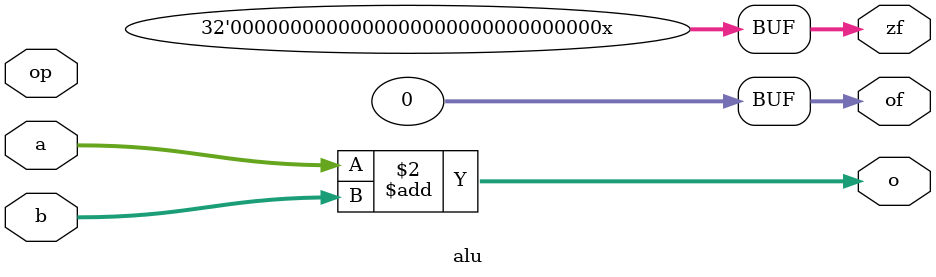
<source format=sv>
`timescale 1ns / 1ps


module alu(
    input  logic [31:0] a,
    input  logic [31:0] b,
    input  logic [31:0] op,
    output logic [31:0] o,
    output logic [31:0] of,
    output logic [31:0] zf
);

always_comb begin
    o <= a + b;
    of <= 0;
    zf <= (o == 0);
end

endmodule

</source>
